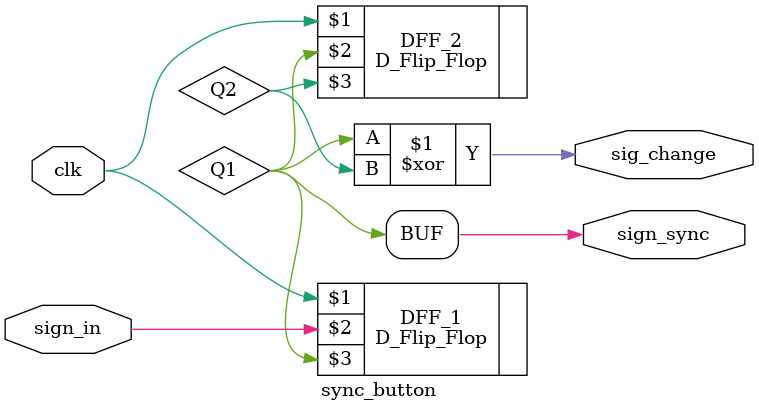
<source format=v>
`timescale 1ns / 1ps

module sync_button(sign_in, clk, sign_sync, sig_change);
    input sign_in, clk;
    output sign_sync, sig_change;
    wire Q1, Q2;

    D_Flip_Flop DFF_1(clk, sign_in, Q1);
    D_Flip_Flop DFF_2(clk, Q1, Q2);

    assign sign_sync = Q1;
    assign sig_change = Q1 ^ Q2;
endmodule


</source>
